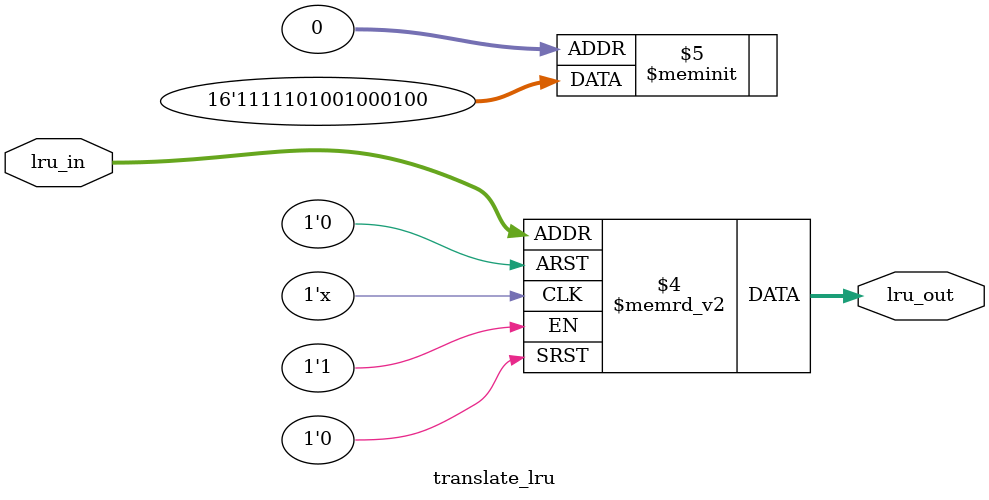
<source format=sv>
module translate_lru
(
	input logic [2:0] lru_in,
	output logic [1:0] lru_out
);

always_comb
begin
	case(lru_in)
		3'b000:
			lru_out = 0;
		3'b001:
			lru_out = 1;
		3'b010:
			lru_out = 0;
		3'b011:
			lru_out = 1;
		3'b100:
			lru_out = 2;
		3'b101:
			lru_out = 2;
		3'b110:
			lru_out = 3;
		3'b111:
			lru_out = 3;
		default:
			lru_out = 2'bzz;
	endcase

end

endmodule : translate_lru
</source>
